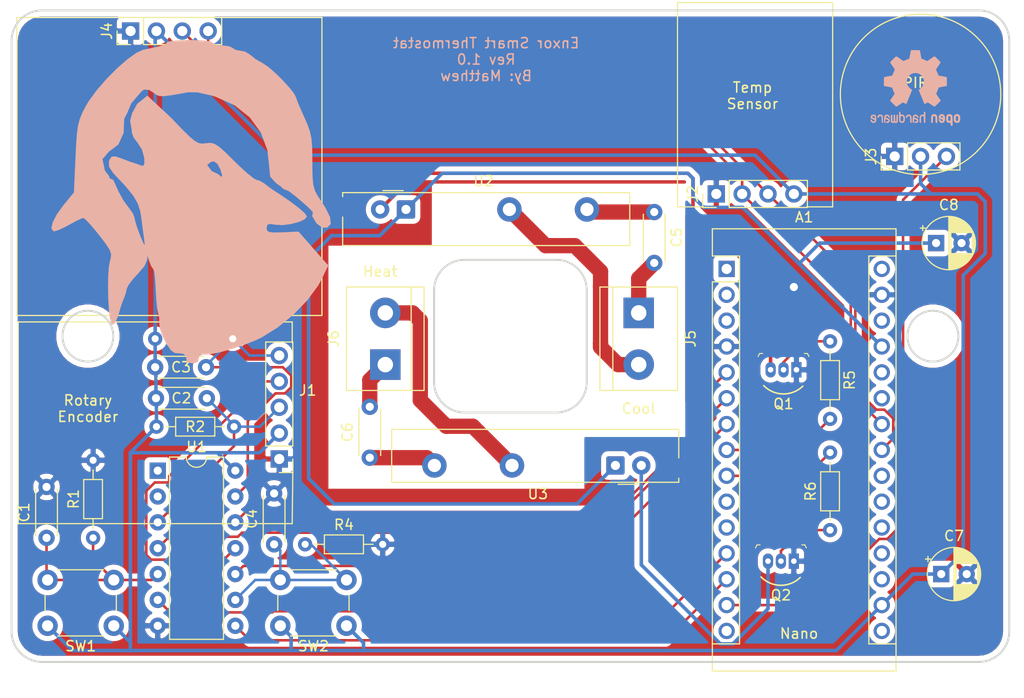
<source format=kicad_pcb>
(kicad_pcb (version 20171130) (host pcbnew "(5.1.6)-1")
  (title_block (title "Smart Thermostat PCB") (date 2022-06-04) (rev v1) (company Enxor) (comment 1 "Designed by Matthew"))
  (layers (0 F.Cu signal) (31 B.Cu signal) (34 B.Paste user) (35 F.Paste user) (36 B.SilkS user) (37 F.SilkS user) (38 B.Mask user) (39 F.Mask user) (44 Edge.Cuts user))
  (net 0 "")
  (net 1 "Net-(A1-Pad1)")
  (net 2 3.3v)
  (net 3 "Net-(A1-Pad2)")
  (net 4 "Net-(A1-Pad18)")
  (net 5 "Net-(A1-Pad3)")
  (net 6 "Net-(A1-Pad19)")
  (net 7 GND)
  (net 8 "Net-(A1-Pad20)")
  (net 9 ROT_A)
  (net 10 "Net-(A1-Pad21)")
  (net 11 ROT_SW)
  (net 12 "Net-(A1-Pad22)")
  (net 13 ROT_B)
  (net 14 SDA)
  (net 15 SCL)
  (net 16 "Net-(A1-Pad25)")
  (net 17 "Net-(A1-Pad10)")
  (net 18 "Net-(A1-Pad26)")
  (net 19 "Net-(A1-Pad11)")
  (net 20 5.0v)
  (net 21 BTN_A)
  (net 22 "Net-(A1-Pad28)")
  (net 23 BTN_B)
  (net 24 IR)
  (net 25 "Net-(A1-Pad30)")
  (net 26 AC)
  (net 27 Heat)
  (net 28 "Net-(C1-Pad1)")
  (net 29 "Net-(C2-Pad1)")
  (net 30 "Net-(C3-Pad2)")
  (net 31 "Net-(C4-Pad1)")
  (net 32 "Net-(C5-Pad2)")
  (net 33 "Net-(C5-Pad1)")
  (net 34 "Net-(C6-Pad2)")
  (net 35 "Net-(C6-Pad1)")
  (net 36 "Net-(J5-Pad2)")
  (net 37 "Net-(J6-Pad2)")
  (net 38 "Net-(Q1-Pad2)")
  (net 39 "Net-(Q2-Pad2)")
  (net 40 "Net-(Q1-Pad3)")
  (net 41 "Net-(Q2-Pad3)")
  (net 42 "Net-(A1-Pad15)")
  (net 43 "Net-(A1-Pad16)")
  (net 44 "Net-(J1-Pad4)")
  (net 45 "Net-(U1-Pad1)")
  (net 46 "Net-(U1-Pad2)")
  (module Arduino:logo (layer B.Cu) (at 127.254 79.248 180)
    (fp_text reference G*** hide)
    (fp_text value LOGO hide)
  )
  (module Symbol:OSHW-Logo2_9.8x8mm_SilkScreen (layer B.Cu) (at 197.866 68.072 180)
    (fp_text reference REF** hide)
    (fp_text value OSHW-Logo2_9.8x8mm_SilkScreen hide)
  )
  (module Connector_PinHeader_2.54mm:PinHeader_1x05_P2.54mm_Vertical (layer F.Cu) (at 135.382 104.521 180)
    (fp_text reference J1 (at -2.794 6.731) (layer F.SilkS))
    (fp_text value "Rotary Encoder")
    (pad 1 thru_hole rect (at 0 0 180) (size 1.7 1.7) (drill 1) (layers *.Cu *.Mask) (net 7 GND))
    (pad 2 thru_hole oval (at 0 2.54 180) (size 1.7 1.7) (drill 1) (layers *.Cu *.Mask) (net 2 3.3v))
    (pad 3 thru_hole oval (at 0 5.08 180) (size 1.7 1.7) (drill 1) (layers *.Cu *.Mask) (net 29 "Net-(C2-Pad1)"))
    (pad 4 thru_hole oval (at 0 7.62 180) (size 1.7 1.7) (drill 1) (layers *.Cu *.Mask) (net 44 "Net-(J1-Pad4)"))
    (pad 5 thru_hole oval (at 0 10.16 180) (size 1.7 1.7) (drill 1) (layers *.Cu *.Mask) (net 30 "Net-(C3-Pad2)"))
  )
  (module Connector_PinHeader_2.54mm:PinHeader_1x04_P2.54mm_Vertical (layer F.Cu) (at 178.308 78.486 90)
    (fp_text reference J2 (at 0 -2.33 90) (layer F.SilkS))
    (fp_text value HDC1080)
    (pad 1 thru_hole rect (at 0 0 90) (size 1.7 1.7) (drill 1) (layers *.Cu *.Mask) (net 7 GND))
    (pad 2 thru_hole oval (at 0 2.54 90) (size 1.7 1.7) (drill 1) (layers *.Cu *.Mask) (net 15 SCL))
    (pad 3 thru_hole oval (at 0 5.08 90) (size 1.7 1.7) (drill 1) (layers *.Cu *.Mask) (net 14 SDA))
    (pad 4 thru_hole oval (at 0 7.62 90) (size 1.7 1.7) (drill 1) (layers *.Cu *.Mask) (net 2 3.3v))
  )
  (module Resistor_THT:R_Axial_DIN0204_L3.6mm_D1.6mm_P7.62mm_Horizontal (layer F.Cu) (at 137.922 112.903)
    (fp_text reference R4 (at 3.81 -1.92) (layer F.SilkS))
    (fp_text value R)
    (pad 2 thru_hole oval (at 7.62 0) (size 1.4 1.4) (drill 0.7) (layers *.Cu *.Mask) (net 7 GND))
    (pad 1 thru_hole circle (at 0 0) (size 1.4 1.4) (drill 0.7) (layers *.Cu *.Mask) (net 31 "Net-(C4-Pad1)"))
  )
  (module Connector_PinHeader_2.54mm:PinHeader_1x04_P2.54mm_Vertical (layer F.Cu) (at 128.397 62.484 270)
    (fp_text reference J4 (at 0 9.95 270) (layer F.SilkS))
    (fp_text value OLED)
    (pad 4 thru_hole oval (at 0 0 90) (size 1.7 1.7) (drill 1) (layers *.Cu *.Mask) (net 14 SDA))
    (pad 3 thru_hole oval (at 0 2.54 90) (size 1.7 1.7) (drill 1) (layers *.Cu *.Mask) (net 15 SCL))
    (pad 2 thru_hole oval (at 0 5.08 90) (size 1.7 1.7) (drill 1) (layers *.Cu *.Mask) (net 2 3.3v))
    (pad 1 thru_hole rect (at 0 7.62 90) (size 1.7 1.7) (drill 1) (layers *.Cu *.Mask) (net 7 GND))
  )
  (module Module:Arduino_Nano (layer F.Cu) (at 179.324 85.852)
    (fp_text reference A1 (at 7.62 -5.08) (layer F.SilkS))
    (fp_text value Arduino_Nano_v3.x)
    (pad 1 thru_hole rect (at 0 0) (size 1.6 1.6) (drill 1) (layers *.Cu *.Mask) (net 1 "Net-(A1-Pad1)"))
    (pad 17 thru_hole oval (at 15.24 33.02) (size 1.6 1.6) (drill 1) (layers *.Cu *.Mask) (net 2 3.3v))
    (pad 2 thru_hole oval (at 0 2.54) (size 1.6 1.6) (drill 1) (layers *.Cu *.Mask) (net 3 "Net-(A1-Pad2)"))
    (pad 18 thru_hole oval (at 15.24 30.48) (size 1.6 1.6) (drill 1) (layers *.Cu *.Mask) (net 4 "Net-(A1-Pad18)"))
    (pad 3 thru_hole oval (at 0 5.08) (size 1.6 1.6) (drill 1) (layers *.Cu *.Mask) (net 5 "Net-(A1-Pad3)"))
    (pad 19 thru_hole oval (at 15.24 27.94) (size 1.6 1.6) (drill 1) (layers *.Cu *.Mask) (net 6 "Net-(A1-Pad19)"))
    (pad 4 thru_hole oval (at 0 7.62) (size 1.6 1.6) (drill 1) (layers *.Cu *.Mask) (net 7 GND))
    (pad 20 thru_hole oval (at 15.24 25.4) (size 1.6 1.6) (drill 1) (layers *.Cu *.Mask) (net 8 "Net-(A1-Pad20)"))
    (pad 5 thru_hole oval (at 0 10.16) (size 1.6 1.6) (drill 1) (layers *.Cu *.Mask) (net 9 ROT_A))
    (pad 21 thru_hole oval (at 15.24 22.86) (size 1.6 1.6) (drill 1) (layers *.Cu *.Mask) (net 10 "Net-(A1-Pad21)"))
    (pad 6 thru_hole oval (at 0 12.7) (size 1.6 1.6) (drill 1) (layers *.Cu *.Mask) (net 11 ROT_SW))
    (pad 22 thru_hole oval (at 15.24 20.32) (size 1.6 1.6) (drill 1) (layers *.Cu *.Mask) (net 12 "Net-(A1-Pad22)"))
    (pad 7 thru_hole oval (at 0 15.24) (size 1.6 1.6) (drill 1) (layers *.Cu *.Mask) (net 13 ROT_B))
    (pad 23 thru_hole oval (at 15.24 17.78) (size 1.6 1.6) (drill 1) (layers *.Cu *.Mask) (net 14 SDA))
    (pad 8 thru_hole oval (at 0 17.78) (size 1.6 1.6) (drill 1) (layers *.Cu *.Mask) (net 26 AC))
    (pad 24 thru_hole oval (at 15.24 15.24) (size 1.6 1.6) (drill 1) (layers *.Cu *.Mask) (net 15 SCL))
    (pad 9 thru_hole oval (at 0 20.32) (size 1.6 1.6) (drill 1) (layers *.Cu *.Mask) (net 27 Heat))
    (pad 25 thru_hole oval (at 15.24 12.7) (size 1.6 1.6) (drill 1) (layers *.Cu *.Mask) (net 16 "Net-(A1-Pad25)"))
    (pad 10 thru_hole oval (at 0 22.86) (size 1.6 1.6) (drill 1) (layers *.Cu *.Mask) (net 17 "Net-(A1-Pad10)"))
    (pad 26 thru_hole oval (at 15.24 10.16) (size 1.6 1.6) (drill 1) (layers *.Cu *.Mask) (net 18 "Net-(A1-Pad26)"))
    (pad 11 thru_hole oval (at 0 25.4) (size 1.6 1.6) (drill 1) (layers *.Cu *.Mask) (net 19 "Net-(A1-Pad11)"))
    (pad 27 thru_hole oval (at 15.24 7.62) (size 1.6 1.6) (drill 1) (layers *.Cu *.Mask) (net 20 5.0v))
    (pad 12 thru_hole oval (at 0 27.94) (size 1.6 1.6) (drill 1) (layers *.Cu *.Mask) (net 21 BTN_A))
    (pad 28 thru_hole oval (at 15.24 5.08) (size 1.6 1.6) (drill 1) (layers *.Cu *.Mask) (net 22 "Net-(A1-Pad28)"))
    (pad 13 thru_hole oval (at 0 30.48) (size 1.6 1.6) (drill 1) (layers *.Cu *.Mask) (net 23 BTN_B))
    (pad 29 thru_hole oval (at 15.24 2.54) (size 1.6 1.6) (drill 1) (layers *.Cu *.Mask) (net 7 GND))
    (pad 14 thru_hole oval (at 0 33.02) (size 1.6 1.6) (drill 1) (layers *.Cu *.Mask) (net 24 IR))
    (pad 30 thru_hole oval (at 15.24 0) (size 1.6 1.6) (drill 1) (layers *.Cu *.Mask) (net 25 "Net-(A1-Pad30)"))
    (pad 15 thru_hole oval (at 0 35.56) (size 1.6 1.6) (drill 1) (layers *.Cu *.Mask) (net 42 "Net-(A1-Pad15)"))
    (pad 16 thru_hole oval (at 15.24 35.56) (size 1.6 1.6) (drill 1) (layers *.Cu *.Mask) (net 43 "Net-(A1-Pad16)"))
  )
  (module Button_Switch_THT:SW_PUSH_6mm (layer F.Cu) (at 141.986 120.904 180)
    (fp_text reference SW2 (at 3.25 -2) (layer F.SilkS))
    (fp_text value SW_DPST)
    (pad 2 thru_hole circle (at 0 4.5 270) (size 2 2) (drill 1.1) (layers *.Cu *.Mask) (net 31 "Net-(C4-Pad1)"))
    (pad 1 thru_hole circle (at 0 0 270) (size 2 2) (drill 1.1) (layers *.Cu *.Mask) (net 2 3.3v))
    (pad 2 thru_hole circle (at 6.5 4.5 270) (size 2 2) (drill 1.1) (layers *.Cu *.Mask) (net 31 "Net-(C4-Pad1)"))
    (pad 1 thru_hole circle (at 6.5 0 270) (size 2 2) (drill 1.1) (layers *.Cu *.Mask) (net 2 3.3v))
  )
  (module Connector_PinHeader_2.54mm:PinHeader_1x03_P2.54mm_Vertical (layer F.Cu) (at 195.834 74.803 90)
    (fp_text reference J3 (at 0 -2.33 90) (layer F.SilkS))
    (fp_text value "IR Motion")
    (pad 1 thru_hole rect (at 0 0 90) (size 1.7 1.7) (drill 1) (layers *.Cu *.Mask) (net 7 GND))
    (pad 2 thru_hole oval (at 0 2.54 90) (size 1.7 1.7) (drill 1) (layers *.Cu *.Mask) (net 2 3.3v))
    (pad 3 thru_hole oval (at 0 5.08 90) (size 1.7 1.7) (drill 1) (layers *.Cu *.Mask) (net 24 IR))
  )
  (module Capacitor_THT:C_Disc_D4.3mm_W1.9mm_P5.00mm (layer F.Cu) (at 112.522 112.268 90)
    (fp_text reference C1 (at 2.5 -2.2 90) (layer F.SilkS))
    (fp_text value C)
    (pad 1 thru_hole circle (at 0 0 90) (size 1.6 1.6) (drill 0.8) (layers *.Cu *.Mask) (net 28 "Net-(C1-Pad1)"))
    (pad 2 thru_hole circle (at 5 0 90) (size 1.6 1.6) (drill 0.8) (layers *.Cu *.Mask) (net 7 GND))
  )
  (module Capacitor_THT:C_Disc_D4.3mm_W1.9mm_P5.00mm (layer F.Cu) (at 128.27 98.552 180)
    (fp_text reference C2 (at 2.5 0) (layer F.SilkS))
    (fp_text value C)
    (pad 1 thru_hole circle (at 0 0 180) (size 1.6 1.6) (drill 0.8) (layers *.Cu *.Mask) (net 29 "Net-(C2-Pad1)"))
    (pad 2 thru_hole circle (at 5 0 180) (size 1.6 1.6) (drill 0.8) (layers *.Cu *.Mask) (net 2 3.3v))
  )
  (module Capacitor_THT:C_Disc_D4.3mm_W1.9mm_P5.00mm (layer F.Cu) (at 123.19 95.504)
    (fp_text reference C3 (at 2.54 0) (layer F.SilkS))
    (fp_text value C)
    (pad 2 thru_hole circle (at 5 0) (size 1.6 1.6) (drill 0.8) (layers *.Cu *.Mask) (net 30 "Net-(C3-Pad2)"))
    (pad 1 thru_hole circle (at 0 0) (size 1.6 1.6) (drill 0.8) (layers *.Cu *.Mask) (net 2 3.3v))
  )
  (module Capacitor_THT:C_Disc_D4.3mm_W1.9mm_P5.00mm (layer F.Cu) (at 134.874 112.903 90)
    (fp_text reference C4 (at 2.5 -2.2 90) (layer F.SilkS))
    (fp_text value C)
    (pad 2 thru_hole circle (at 5 0 90) (size 1.6 1.6) (drill 0.8) (layers *.Cu *.Mask) (net 7 GND))
    (pad 1 thru_hole circle (at 0 0 90) (size 1.6 1.6) (drill 0.8) (layers *.Cu *.Mask) (net 31 "Net-(C4-Pad1)"))
  )
  (module Capacitor_THT:C_Disc_D4.3mm_W1.9mm_P5.00mm (layer F.Cu) (at 172.212 80.264 270)
    (fp_text reference C5 (at 2.5 -2.2 90) (layer F.SilkS))
    (fp_text value C)
    (pad 1 thru_hole circle (at 0 0 270) (size 1.6 1.6) (drill 0.8) (layers *.Cu *.Mask) (net 33 "Net-(C5-Pad1)"))
    (pad 2 thru_hole circle (at 5 0 270) (size 1.6 1.6) (drill 0.8) (layers *.Cu *.Mask) (net 32 "Net-(C5-Pad2)"))
  )
  (module Capacitor_THT:C_Disc_D4.3mm_W1.9mm_P5.00mm (layer F.Cu) (at 144.272 104.394 90)
    (fp_text reference C6 (at 2.5 -2.2 90) (layer F.SilkS))
    (fp_text value C)
    (pad 2 thru_hole circle (at 5 0 90) (size 1.6 1.6) (drill 0.8) (layers *.Cu *.Mask) (net 34 "Net-(C6-Pad2)"))
    (pad 1 thru_hole circle (at 0 0 90) (size 1.6 1.6) (drill 0.8) (layers *.Cu *.Mask) (net 35 "Net-(C6-Pad1)"))
  )
  (module Capacitor_THT:CP_Radial_D5.0mm_P2.50mm (layer F.Cu) (at 200.406 115.824)
    (fp_text reference C7 (at 1.25 -3.75) (layer F.SilkS))
    (fp_text value CP)
    (pad 2 thru_hole circle (at 2.5 0) (size 1.6 1.6) (drill 0.8) (layers *.Cu *.Mask) (net 7 GND))
    (pad 1 thru_hole rect (at 0 0) (size 1.6 1.6) (drill 0.8) (layers *.Cu *.Mask) (net 2 3.3v))
  )
  (module Capacitor_THT:CP_Radial_D5.0mm_P2.50mm (layer F.Cu) (at 199.898 83.312)
    (fp_text reference C8 (at 1.25 -3.75) (layer F.SilkS))
    (fp_text value CP)
    (pad 1 thru_hole rect (at 0 0) (size 1.6 1.6) (drill 0.8) (layers *.Cu *.Mask) (net 20 5.0v))
    (pad 2 thru_hole circle (at 2.5 0) (size 1.6 1.6) (drill 0.8) (layers *.Cu *.Mask) (net 7 GND))
  )
  (module TerminalBlock:TerminalBlock_bornier-2_P5.08mm (layer F.Cu) (at 170.688 90.17 270)
    (fp_text reference J5 (at 2.54 -5.08 90) (layer F.SilkS))
    (fp_text value Conn_01x02_Female)
    (pad 2 thru_hole circle (at 5.08 0 270) (size 3 3) (drill 1.52) (layers *.Cu *.Mask) (net 36 "Net-(J5-Pad2)"))
    (pad 1 thru_hole rect (at 0 0 270) (size 3 3) (drill 1.52) (layers *.Cu *.Mask) (net 32 "Net-(C5-Pad2)"))
  )
  (module TerminalBlock:TerminalBlock_bornier-2_P5.08mm (layer F.Cu) (at 145.796 95.25 90)
    (fp_text reference J6 (at 2.54 -5.08 90) (layer F.SilkS))
    (fp_text value Conn_01x02_Female)
    (pad 1 thru_hole rect (at 0 0 90) (size 3 3) (drill 1.52) (layers *.Cu *.Mask) (net 34 "Net-(C6-Pad2)"))
    (pad 2 thru_hole circle (at 5.08 0 90) (size 3 3) (drill 1.52) (layers *.Cu *.Mask) (net 37 "Net-(J6-Pad2)"))
  )
  (module digikey-footprints:TO-92-3 (layer F.Cu) (at 185.928 114.554 180)
    (fp_text reference Q2 (at 1.27 -3.35) (layer F.SilkS))
    (fp_text value PN2222A)
    (pad 1 thru_hole rect (at 0 0) (size 1 1.5) (drill 0.55) (layers *.Cu *.Mask) (net 7 GND))
    (pad 3 thru_hole oval (at 2.54 0) (size 1 1.5) (drill 0.55) (layers *.Cu *.Mask) (net 41 "Net-(Q2-Pad3)"))
    (pad 2 thru_hole oval (at 1.27 0) (size 1 1.5) (drill 0.55) (layers *.Cu *.Mask) (net 39 "Net-(Q2-Pad2)"))
  )
  (module digikey-footprints:TO-92-3 (layer F.Cu) (at 186.182 95.758 180)
    (fp_text reference Q1 (at 1.27 -3.35) (layer F.SilkS))
    (fp_text value PN2222A)
    (pad 2 thru_hole oval (at 1.27 0) (size 1 1.5) (drill 0.55) (layers *.Cu *.Mask) (net 38 "Net-(Q1-Pad2)"))
    (pad 3 thru_hole oval (at 2.54 0) (size 1 1.5) (drill 0.55) (layers *.Cu *.Mask) (net 40 "Net-(Q1-Pad3)"))
    (pad 1 thru_hole rect (at 0 0) (size 1 1.5) (drill 0.55) (layers *.Cu *.Mask) (net 7 GND))
  )
  (module Resistor_THT:R_Axial_DIN0204_L3.6mm_D1.6mm_P7.62mm_Horizontal (layer F.Cu) (at 117.094 112.268 90)
    (fp_text reference R1 (at 3.81 -1.92 90) (layer F.SilkS))
    (fp_text value R)
    (pad 2 thru_hole oval (at 7.62 0 90) (size 1.4 1.4) (drill 0.7) (layers *.Cu *.Mask) (net 7 GND))
    (pad 1 thru_hole circle (at 0 0 90) (size 1.4 1.4) (drill 0.7) (layers *.Cu *.Mask) (net 28 "Net-(C1-Pad1)"))
  )
  (module Resistor_THT:R_Axial_DIN0204_L3.6mm_D1.6mm_P7.62mm_Horizontal (layer F.Cu) (at 123.317 101.346)
    (fp_text reference R2 (at 3.81 0) (layer F.SilkS))
    (fp_text value R)
    (pad 2 thru_hole oval (at 7.62 0) (size 1.4 1.4) (drill 0.7) (layers *.Cu *.Mask) (net 29 "Net-(C2-Pad1)"))
    (pad 1 thru_hole circle (at 0 0) (size 1.4 1.4) (drill 0.7) (layers *.Cu *.Mask) (net 2 3.3v))
  )
  (module Resistor_THT:R_Axial_DIN0204_L3.6mm_D1.6mm_P7.62mm_Horizontal (layer F.Cu) (at 130.81 92.71 180)
    (fp_text reference R3 (at 3.81 0) (layer F.SilkS))
    (fp_text value R)
    (pad 1 thru_hole circle (at 0 0 180) (size 1.4 1.4) (drill 0.7) (layers *.Cu *.Mask) (net 30 "Net-(C3-Pad2)"))
    (pad 2 thru_hole oval (at 7.62 0 180) (size 1.4 1.4) (drill 0.7) (layers *.Cu *.Mask) (net 2 3.3v))
  )
  (module Resistor_THT:R_Axial_DIN0204_L3.6mm_D1.6mm_P7.62mm_Horizontal (layer F.Cu) (at 189.484 92.964 270)
    (fp_text reference R5 (at 3.81 -1.92 90) (layer F.SilkS))
    (fp_text value R)
    (pad 2 thru_hole oval (at 7.62 0 270) (size 1.4 1.4) (drill 0.7) (layers *.Cu *.Mask) (net 26 AC))
    (pad 1 thru_hole circle (at 0 0 270) (size 1.4 1.4) (drill 0.7) (layers *.Cu *.Mask) (net 38 "Net-(Q1-Pad2)"))
  )
  (module Resistor_THT:R_Axial_DIN0204_L3.6mm_D1.6mm_P7.62mm_Horizontal (layer F.Cu) (at 189.484 111.506 90)
    (fp_text reference R6 (at 3.81 -1.92 90) (layer F.SilkS))
    (fp_text value R)
    (pad 1 thru_hole circle (at 0 0 90) (size 1.4 1.4) (drill 0.7) (layers *.Cu *.Mask) (net 39 "Net-(Q2-Pad2)"))
    (pad 2 thru_hole oval (at 7.62 0 90) (size 1.4 1.4) (drill 0.7) (layers *.Cu *.Mask) (net 27 Heat))
  )
  (module Button_Switch_THT:SW_PUSH_6mm (layer F.Cu) (at 119.126 120.904 180)
    (fp_text reference SW1 (at 3.25 -2) (layer F.SilkS))
    (fp_text value SW_DPST)
    (pad 1 thru_hole circle (at 6.5 0 270) (size 2 2) (drill 1.1) (layers *.Cu *.Mask) (net 2 3.3v))
    (pad 2 thru_hole circle (at 6.5 4.5 270) (size 2 2) (drill 1.1) (layers *.Cu *.Mask) (net 28 "Net-(C1-Pad1)"))
    (pad 1 thru_hole circle (at 0 0 270) (size 2 2) (drill 1.1) (layers *.Cu *.Mask) (net 2 3.3v))
    (pad 2 thru_hole circle (at 0 4.5 270) (size 2 2) (drill 1.1) (layers *.Cu *.Mask) (net 28 "Net-(C1-Pad1)"))
  )
  (module Package_DIP:DIP-14_W7.62mm (layer F.Cu) (at 123.444 105.664)
    (fp_text reference U1 (at 3.81 -2.33) (layer F.SilkS))
    (fp_text value 74HC14)
    (pad 1 thru_hole rect (at 0 0) (size 1.6 1.6) (drill 0.8) (layers *.Cu *.Mask) (net 45 "Net-(U1-Pad1)"))
    (pad 8 thru_hole oval (at 7.62 15.24) (size 1.6 1.6) (drill 0.8) (layers *.Cu *.Mask) (net 23 BTN_B))
    (pad 2 thru_hole oval (at 0 2.54) (size 1.6 1.6) (drill 0.8) (layers *.Cu *.Mask) (net 46 "Net-(U1-Pad2)"))
    (pad 9 thru_hole oval (at 7.62 12.7) (size 1.6 1.6) (drill 0.8) (layers *.Cu *.Mask) (net 31 "Net-(C4-Pad1)"))
    (pad 3 thru_hole oval (at 0 5.08) (size 1.6 1.6) (drill 0.8) (layers *.Cu *.Mask) (net 29 "Net-(C2-Pad1)"))
    (pad 10 thru_hole oval (at 7.62 10.16) (size 1.6 1.6) (drill 0.8) (layers *.Cu *.Mask) (net 13 ROT_B))
    (pad 4 thru_hole oval (at 0 7.62) (size 1.6 1.6) (drill 0.8) (layers *.Cu *.Mask) (net 11 ROT_SW))
    (pad 11 thru_hole oval (at 7.62 7.62) (size 1.6 1.6) (drill 0.8) (layers *.Cu *.Mask) (net 44 "Net-(J1-Pad4)"))
    (pad 5 thru_hole oval (at 0 10.16) (size 1.6 1.6) (drill 0.8) (layers *.Cu *.Mask) (net 28 "Net-(C1-Pad1)"))
    (pad 12 thru_hole oval (at 7.62 5.08) (size 1.6 1.6) (drill 0.8) (layers *.Cu *.Mask) (net 9 ROT_A))
    (pad 6 thru_hole oval (at 0 12.7) (size 1.6 1.6) (drill 0.8) (layers *.Cu *.Mask) (net 21 BTN_A))
    (pad 13 thru_hole oval (at 7.62 2.54) (size 1.6 1.6) (drill 0.8) (layers *.Cu *.Mask) (net 30 "Net-(C3-Pad2)"))
    (pad 7 thru_hole oval (at 0 15.24) (size 1.6 1.6) (drill 0.8) (layers *.Cu *.Mask) (net 7 GND))
    (pad 14 thru_hole oval (at 7.62 0) (size 1.6 1.6) (drill 0.8) (layers *.Cu *.Mask) (net 2 3.3v))
  )
  (module Relay_THT:OMEON_G3MB-202P (layer F.Cu) (at 150.114 76.454)
    (fp_text reference U2 (at 5.334 0.762) (layer F.SilkS))
    (fp_text value G3MB-202p)
    (pad 14 thru_hole circle (at 15.494 3.556) (size 2.4 2.4) (drill 1.3) (layers *.Cu *.Mask) (net 33 "Net-(C5-Pad1)"))
    (pad A2 thru_hole circle (at -4.826 3.556) (size 1.8 1.8) (drill 0.9) (layers *.Cu *.Mask) (net 40 "Net-(Q1-Pad3)"))
    (pad A1 thru_hole roundrect (at -2.286 3.556) (size 1.8 1.8) (drill 0.9) (layers *.Cu *.Mask) (roundrect_rratio 0.104) (net 20 5.0v))
    (pad 11 thru_hole circle (at 7.874 3.556) (size 2.4 2.4) (drill 1.3) (layers *.Cu *.Mask) (net 36 "Net-(J5-Pad2)"))
  )
  (module Relay_THT:OMEON_G3MB-202P (layer F.Cu) (at 166.116 108.712 180)
    (fp_text reference U3 (at 5.334 0.762) (layer F.SilkS))
    (fp_text value G3MB-202p)
    (pad 11 thru_hole circle (at 7.874 3.556 180) (size 2.4 2.4) (drill 1.3) (layers *.Cu *.Mask) (net 37 "Net-(J6-Pad2)"))
    (pad A1 thru_hole roundrect (at -2.286 3.556 180) (size 1.8 1.8) (drill 0.9) (layers *.Cu *.Mask) (roundrect_rratio 0.104) (net 20 5.0v))
    (pad A2 thru_hole circle (at -4.826 3.556 180) (size 1.8 1.8) (drill 0.9) (layers *.Cu *.Mask) (net 41 "Net-(Q2-Pad3)"))
    (pad 14 thru_hole circle (at 15.494 3.556 180) (size 2.4 2.4) (drill 1.3) (layers *.Cu *.Mask) (net 35 "Net-(C6-Pad1)"))
  )
  (gr_text Nano (at 186.436 121.666) (layer F.SilkS) (effects (font (size 1 1))))
  (gr_text "Temp\nSensor" (at 181.864 68.834) (layer F.SilkS) (effects (font (size 1 1))))
  (gr_text Cool (at 170.688 99.568) (layer F.SilkS) (effects (font (size 1 1))))
  (gr_text Heat (at 145.288 86.106) (layer F.SilkS) (effects (font (size 1 1))))
  (gr_text "Rotary\nEncoder" (at 116.586 99.568) (layer F.SilkS) (effects (font (size 1 1))))
  (gr_text OLED (at 123.952 67.31) (layer F.SilkS) (effects (font (size 1 1))))
  (gr_text PIR (at 197.866 67.564) (layer F.SilkS) (effects (font (size 1 1))))
  (gr_text "Enxor Smart Thermostat\nRev 1.0\nBy: Matthew" (at 155.702 65.278) (layer B.SilkS) (effects (font (size 1 1)) (justify mirror)))
  (gr_arc (start 112.086 63.456) (end 112.086 60.456) (angle -90) (layer Edge.Cuts) (width 0.2))
  (gr_line (start 204.086 60.456) (end 112.086 60.456) (layer Edge.Cuts) (width 0.2))
  (gr_arc (start 204.086 121.456) (end 204.086 124.456) (angle -90) (layer Edge.Cuts) (width 0.2))
  (gr_arc (start 112.086 121.456) (end 109.086 121.456) (angle -90) (layer Edge.Cuts) (width 0.2))
  (gr_line (start 109.086 63.456) (end 109.086 121.456) (layer Edge.Cuts) (width 0.2))
  (gr_arc (start 162.586 87.956) (end 165.586 87.956) (angle -90) (layer Edge.Cuts) (width 0.2))
  (gr_arc (start 204.086 63.456) (end 207.086 63.456) (angle -90) (layer Edge.Cuts) (width 0.2))
  (gr_line (start 150.586 96.956) (end 150.586001 87.956) (layer Edge.Cuts) (width 0.2))
  (gr_line (start 162.586 99.956) (end 153.586001 99.956) (layer Edge.Cuts) (width 0.2))
  (gr_arc (start 153.586001 96.956) (end 150.586 96.956) (angle -90) (layer Edge.Cuts) (width 0.2))
  (gr_line (start 207.086 63.456) (end 207.086 121.456) (layer Edge.Cuts) (width 0.2))
  (gr_line (start 162.586 84.956) (end 153.586 84.956001) (layer Edge.Cuts) (width 0.2))
  (gr_arc (start 162.586 96.956) (end 162.586 99.956) (angle -90) (layer Edge.Cuts) (width 0.2))
  (gr_line (start 165.586 96.956) (end 165.586 87.956) (layer Edge.Cuts) (width 0.2))
  (gr_arc (start 153.586001 87.956001) (end 153.586 84.956) (angle -90) (layer Edge.Cuts) (width 0.2))
  (gr_line (start 204.086 124.456) (end 112.086 124.456) (layer Edge.Cuts) (width 0.2))
  (gr_circle (center 199.586 92.456) (end 202.086 92.456) (layer Edge.Cuts) (width 0.2))
  (gr_circle (center 116.586 92.456) (end 119.086 92.456) (layer Edge.Cuts) (width 0.2))
  (segment (start 197.612 115.824) (end 194.564 118.872) (width 0.35) (layer B.Cu) (net 2))
  (segment (start 200.406 115.824) (end 197.612 115.824) (width 0.35) (layer B.Cu) (net 2))
  (segment (start 115.059011 123.337011) (end 112.626 120.904) (width 0.35) (layer B.Cu) (net 2))
  (segment (start 194.564 118.872) (end 190.098989 123.337011) (width 0.35) (layer B.Cu) (net 2))
  (segment (start 120.756989 122.534989) (end 120.756989 123.337011) (width 0.35) (layer B.Cu) (net 2))
  (segment (start 119.126 120.904) (end 120.756989 122.534989) (width 0.35) (layer B.Cu) (net 2))
  (segment (start 120.756989 123.337011) (end 115.059011 123.337011) (width 0.35) (layer B.Cu) (net 2))
  (segment (start 136.545011 121.963011) (end 136.545011 123.337011) (width 0.35) (layer B.Cu) (net 2))
  (segment (start 135.486 120.904) (end 136.545011 121.963011) (width 0.35) (layer B.Cu) (net 2))
  (segment (start 136.545011 123.337011) (end 120.756989 123.337011) (width 0.35) (layer B.Cu) (net 2))
  (segment (start 143.657011 122.575011) (end 143.657011 123.337011) (width 0.35) (layer B.Cu) (net 2))
  (segment (start 141.986 120.904) (end 143.657011 122.575011) (width 0.35) (layer B.Cu) (net 2))
  (segment (start 190.098989 123.337011) (end 143.657011 123.337011) (width 0.35) (layer B.Cu) (net 2))
  (segment (start 143.657011 123.337011) (end 136.545011 123.337011) (width 0.35) (layer B.Cu) (net 2))
  (segment (start 120.756989 103.906011) (end 123.317 101.346) (width 0.35) (layer B.Cu) (net 2))
  (segment (start 120.756989 122.534989) (end 120.756989 103.906011) (width 0.35) (layer B.Cu) (net 2))
  (segment (start 129.306011 103.906011) (end 120.756989 103.906011) (width 0.35) (layer B.Cu) (net 2))
  (segment (start 131.064 105.664) (end 129.306011 103.906011) (width 0.35) (layer B.Cu) (net 2))
  (segment (start 133.456989 103.906011) (end 129.306011 103.906011) (width 0.35) (layer B.Cu) (net 2))
  (segment (start 135.382 101.981) (end 133.456989 103.906011) (width 0.35) (layer B.Cu) (net 2))
  (segment (start 123.317 98.599) (end 123.27 98.552) (width 0.35) (layer B.Cu) (net 2))
  (segment (start 123.317 101.346) (end 123.317 98.599) (width 0.35) (layer B.Cu) (net 2))
  (segment (start 123.27 95.584) (end 123.19 95.504) (width 0.35) (layer B.Cu) (net 2))
  (segment (start 123.27 98.552) (end 123.27 95.584) (width 0.35) (layer B.Cu) (net 2))
  (segment (start 123.19 95.504) (end 123.19 92.71) (width 0.35) (layer B.Cu) (net 2))
  (segment (start 200.406 115.824) (end 202.56583 113.66417) (width 0.35) (layer B.Cu) (net 2))
  (segment (start 202.56583 113.66417) (end 202.56583 86.48617) (width 0.35) (layer B.Cu) (net 2))
  (segment (start 204.724 84.328) (end 204.724 79.248) (width 0.35) (layer B.Cu) (net 2))
  (segment (start 202.56583 86.48617) (end 204.724 84.328) (width 0.35) (layer B.Cu) (net 2))
  (segment (start 204.724 79.248) (end 203.962 78.486) (width 0.35) (layer B.Cu) (net 2))
  (segment (start 198.374 77.47) (end 199.39 78.486) (width 0.35) (layer B.Cu) (net 2))
  (segment (start 198.374 74.803) (end 198.374 77.47) (width 0.35) (layer B.Cu) (net 2))
  (segment (start 203.962 78.486) (end 199.39 78.486) (width 0.35) (layer B.Cu) (net 2))
  (segment (start 199.39 78.486) (end 185.928 78.486) (width 0.35) (layer B.Cu) (net 2))
  (segment (start 185.928 78.486) (end 182.118 74.676) (width 0.35) (layer B.Cu) (net 2))
  (segment (start 135.509 74.676) (end 123.317 62.484) (width 0.35) (layer B.Cu) (net 2))
  (segment (start 182.118 74.676) (end 135.509 74.676) (width 0.35) (layer B.Cu) (net 2))
  (segment (start 123.19 62.611) (end 123.317 62.484) (width 0.35) (layer B.Cu) (net 2))
  (segment (start 123.19 92.71) (end 123.19 62.611) (width 0.35) (layer B.Cu) (net 2))
  (via (at 185.928 87.63) (size 1) (drill 0.8) (layers F.Cu B.Cu) (net 7))
  (segment (start 178.308 78.486) (end 178.308 78.232) (width 0.35) (layer F.Cu) (net 7))
  (segment (start 175.58501 102.496626) (end 168.353636 109.728) (width 0.25) (layer F.Cu) (net 9))
  (segment (start 179.324 96.012) (end 175.58501 99.75099) (width 0.25) (layer F.Cu) (net 9))
  (segment (start 175.58501 99.75099) (end 175.58501 102.496626) (width 0.25) (layer F.Cu) (net 9))
  (segment (start 132.08 109.728) (end 131.064 110.744) (width 0.25) (layer F.Cu) (net 9))
  (segment (start 168.353636 109.728) (end 132.08 109.728) (width 0.25) (layer F.Cu) (net 9))
  (segment (start 124.569001 112.158999) (end 123.444 113.284) (width 0.25) (layer F.Cu) (net 11))
  (segment (start 131.314003 112.158999) (end 124.569001 112.158999) (width 0.25) (layer F.Cu) (net 11))
  (segment (start 131.713002 111.76) (end 131.314003 112.158999) (width 0.25) (layer F.Cu) (net 11))
  (segment (start 166.958046 111.76) (end 131.713002 111.76) (width 0.25) (layer F.Cu) (net 11))
  (segment (start 178.198999 100.519047) (end 166.958046 111.76) (width 0.25) (layer F.Cu) (net 11))
  (segment (start 178.198999 99.677001) (end 178.198999 100.519047) (width 0.25) (layer F.Cu) (net 11))
  (segment (start 179.324 98.552) (end 178.198999 99.677001) (width 0.25) (layer F.Cu) (net 11))
  (segment (start 165.391999 115.024001) (end 179.324 101.092) (width 0.25) (layer F.Cu) (net 13))
  (segment (start 131.863999 115.024001) (end 165.391999 115.024001) (width 0.25) (layer F.Cu) (net 13))
  (segment (start 131.064 115.824) (end 131.863999 115.024001) (width 0.25) (layer F.Cu) (net 13))
  (segment (start 128.397 62.484) (end 128.397 64.38759) (width 0.25) (layer F.Cu) (net 14))
  (segment (start 175.82599 70.92399) (end 183.388 78.486) (width 0.25) (layer F.Cu) (net 14))
  (segment (start 134.9334 70.92399) (end 175.82599 70.92399) (width 0.25) (layer F.Cu) (net 14))
  (segment (start 128.397 64.38759) (end 134.9334 70.92399) (width 0.25) (layer F.Cu) (net 14))
  (segment (start 191.96601 87.06401) (end 183.388 78.486) (width 0.25) (layer F.Cu) (net 14))
  (segment (start 194.023999 99.677001) (end 191.96601 97.619012) (width 0.25) (layer F.Cu) (net 14))
  (segment (start 195.689001 100.551999) (end 194.814003 99.677001) (width 0.25) (layer F.Cu) (net 14))
  (segment (start 191.96601 97.619012) (end 191.96601 87.06401) (width 0.25) (layer F.Cu) (net 14))
  (segment (start 195.689001 102.506999) (end 195.689001 100.551999) (width 0.25) (layer F.Cu) (net 14))
  (segment (start 194.814003 99.677001) (end 194.023999 99.677001) (width 0.25) (layer F.Cu) (net 14))
  (segment (start 194.564 103.632) (end 195.689001 102.506999) (width 0.25) (layer F.Cu) (net 14))
  (segment (start 194.564 101.092) (end 191.516 98.044) (width 0.25) (layer F.Cu) (net 15))
  (segment (start 191.516 89.154) (end 180.848 78.486) (width 0.25) (layer F.Cu) (net 15))
  (segment (start 191.516 98.044) (end 191.516 89.154) (width 0.25) (layer F.Cu) (net 15))
  (segment (start 175.26 71.374) (end 134.747 71.374) (width 0.25) (layer F.Cu) (net 15))
  (segment (start 180.848 78.486) (end 180.848 76.962) (width 0.25) (layer F.Cu) (net 15))
  (segment (start 134.747 71.374) (end 125.857 62.484) (width 0.25) (layer F.Cu) (net 15))
  (segment (start 180.848 76.962) (end 175.26 71.374) (width 0.25) (layer F.Cu) (net 15))
  (segment (start 140.773242 108.93301) (end 164.62499 108.93301) (width 0.35) (layer B.Cu) (net 20))
  (segment (start 138.270999 106.430767) (end 140.773242 108.93301) (width 0.35) (layer B.Cu) (net 20))
  (segment (start 138.270999 84.831233) (end 138.270999 106.430767) (width 0.35) (layer B.Cu) (net 20))
  (segment (start 140.519242 82.58299) (end 138.270999 84.831233) (width 0.35) (layer B.Cu) (net 20))
  (segment (start 164.62499 108.93301) (end 168.402 105.156) (width 0.35) (layer B.Cu) (net 20))
  (segment (start 145.25501 82.58299) (end 140.519242 82.58299) (width 0.35) (layer B.Cu) (net 20))
  (segment (start 147.828 80.01) (end 145.25501 82.58299) (width 0.35) (layer B.Cu) (net 20))
  (segment (start 151.384 76.454) (end 147.828 80.01) (width 0.35) (layer B.Cu) (net 20))
  (segment (start 175.514 76.454) (end 176.022 76.962) (width 0.35) (layer B.Cu) (net 20))
  (segment (start 177.077999 79.811001) (end 180.903001 79.811001) (width 0.35) (layer B.Cu) (net 20))
  (segment (start 176.022 76.962) (end 176.022 78.755002) (width 0.35) (layer B.Cu) (net 20))
  (segment (start 176.022 78.755002) (end 177.077999 79.811001) (width 0.35) (layer B.Cu) (net 20))
  (segment (start 175.514 76.454) (end 151.384 76.454) (width 0.35) (layer B.Cu) (net 20))
  (segment (start 188.468 83.312) (end 186.436 85.344) (width 0.35) (layer B.Cu) (net 20))
  (segment (start 180.903001 79.811001) (end 186.436 85.344) (width 0.35) (layer B.Cu) (net 20))
  (segment (start 199.898 83.312) (end 188.468 83.312) (width 0.35) (layer B.Cu) (net 20))
  (segment (start 186.436 85.344) (end 194.564 93.472) (width 0.35) (layer B.Cu) (net 20))
  (segment (start 173.637001 119.478999) (end 179.324 113.792) (width 0.25) (layer F.Cu) (net 21))
  (segment (start 134.801999 119.478999) (end 173.637001 119.478999) (width 0.25) (layer F.Cu) (net 21))
  (segment (start 134.691997 119.589001) (end 134.801999 119.478999) (width 0.25) (layer F.Cu) (net 21))
  (segment (start 124.669001 119.589001) (end 134.691997 119.589001) (width 0.25) (layer F.Cu) (net 21))
  (segment (start 123.444 118.364) (end 124.669001 119.589001) (width 0.25) (layer F.Cu) (net 21))
  (segment (start 173.326999 122.329001) (end 179.324 116.332) (width 0.25) (layer F.Cu) (net 23))
  (segment (start 132.489001 122.329001) (end 173.326999 122.329001) (width 0.25) (layer F.Cu) (net 23))
  (segment (start 131.064 120.904) (end 132.489001 122.329001) (width 0.25) (layer F.Cu) (net 23))
  (segment (start 194.313997 112.377001) (end 195.104001 112.377001) (width 0.25) (layer F.Cu) (net 24))
  (segment (start 196.655468 110.825534) (end 196.655468 79.061532) (width 0.25) (layer F.Cu) (net 24))
  (segment (start 187.818998 118.872) (end 194.313997 112.377001) (width 0.25) (layer F.Cu) (net 24))
  (segment (start 195.104001 112.377001) (end 196.655468 110.825534) (width 0.25) (layer F.Cu) (net 24))
  (segment (start 196.655468 79.061532) (end 200.914 74.803) (width 0.25) (layer F.Cu) (net 24))
  (segment (start 179.324 118.872) (end 187.818998 118.872) (width 0.25) (layer F.Cu) (net 24))
  (segment (start 186.436 103.632) (end 189.484 100.584) (width 0.25) (layer F.Cu) (net 26))
  (segment (start 179.324 103.632) (end 186.436 103.632) (width 0.25) (layer F.Cu) (net 26))
  (segment (start 187.198 106.172) (end 189.484 103.886) (width 0.25) (layer F.Cu) (net 27))
  (segment (start 179.324 106.172) (end 187.198 106.172) (width 0.25) (layer F.Cu) (net 27))
  (segment (start 112.522 116.3) (end 112.626 116.404) (width 0.25) (layer F.Cu) (net 28))
  (segment (start 112.522 112.268) (end 112.522 116.3) (width 0.25) (layer F.Cu) (net 28))
  (segment (start 112.626 116.404) (end 119.126 116.404) (width 0.25) (layer F.Cu) (net 28))
  (segment (start 122.864 116.404) (end 123.444 115.824) (width 0.25) (layer F.Cu) (net 28))
  (segment (start 119.126 116.404) (end 122.864 116.404) (width 0.25) (layer F.Cu) (net 28))
  (segment (start 117.094 114.372) (end 119.126 116.404) (width 0.25) (layer F.Cu) (net 28))
  (segment (start 117.094 112.268) (end 117.094 114.372) (width 0.25) (layer F.Cu) (net 28))
  (segment (start 130.937 101.219) (end 130.937 101.346) (width 0.25) (layer B.Cu) (net 29))
  (segment (start 128.27 98.552) (end 130.937 101.219) (width 0.25) (layer B.Cu) (net 29))
  (segment (start 133.477 101.346) (end 135.382 99.441) (width 0.25) (layer B.Cu) (net 29))
  (segment (start 130.937 101.346) (end 133.477 101.346) (width 0.25) (layer B.Cu) (net 29))
  (segment (start 130.937 103.251) (end 123.444 110.744) (width 0.25) (layer F.Cu) (net 29))
  (segment (start 130.937 101.346) (end 130.937 103.251) (width 0.25) (layer F.Cu) (net 29))
  (segment (start 132.461 94.361) (end 130.81 92.71) (width 0.25) (layer B.Cu) (net 30))
  (segment (start 135.382 94.361) (end 132.461 94.361) (width 0.25) (layer B.Cu) (net 30))
  (segment (start 128.19 95.33) (end 128.19 95.504) (width 0.25) (layer B.Cu) (net 30))
  (segment (start 130.81 92.71) (end 128.19 95.33) (width 0.25) (layer B.Cu) (net 30))
  (segment (start 136.557001 97.465001) (end 136.557001 96.336999) (width 0.25) (layer F.Cu) (net 30))
  (segment (start 135.946001 98.076001) (end 136.557001 97.465001) (width 0.25) (layer F.Cu) (net 30))
  (segment (start 135.724002 95.504) (end 128.19 95.504) (width 0.25) (layer F.Cu) (net 30))
  (segment (start 135.007997 98.076001) (end 135.946001 98.076001) (width 0.25) (layer F.Cu) (net 30))
  (segment (start 132.289001 100.794997) (end 135.007997 98.076001) (width 0.25) (layer F.Cu) (net 30))
  (segment (start 136.557001 96.336999) (end 135.724002 95.504) (width 0.25) (layer F.Cu) (net 30))
  (segment (start 132.289001 106.978999) (end 132.289001 100.794997) (width 0.25) (layer F.Cu) (net 30))
  (segment (start 131.064 108.204) (end 132.289001 106.978999) (width 0.25) (layer F.Cu) (net 30))
  (segment (start 133.024 116.404) (end 131.064 118.364) (width 0.25) (layer B.Cu) (net 31))
  (segment (start 135.486 116.404) (end 133.024 116.404) (width 0.25) (layer B.Cu) (net 31))
  (segment (start 138.485 112.903) (end 137.922 112.903) (width 0.25) (layer B.Cu) (net 31))
  (segment (start 141.986 116.404) (end 138.485 112.903) (width 0.25) (layer B.Cu) (net 31))
  (segment (start 135.486 113.515) (end 134.874 112.903) (width 0.25) (layer B.Cu) (net 31))
  (segment (start 135.486 116.404) (end 135.486 113.515) (width 0.25) (layer B.Cu) (net 31))
  (segment (start 135.486 116.404) (end 141.986 116.404) (width 0.25) (layer B.Cu) (net 31))
  (segment (start 170.688 86.788) (end 172.212 85.264) (width 1.5) (layer F.Cu) (net 32))
  (segment (start 170.688 90.17) (end 170.688 86.788) (width 1.5) (layer F.Cu) (net 32))
  (segment (start 165.862 80.264) (end 165.608 80.01) (width 1.5) (layer F.Cu) (net 33))
  (segment (start 172.212 80.264) (end 165.862 80.264) (width 1.5) (layer F.Cu) (net 33))
  (segment (start 144.272 96.774) (end 145.796 95.25) (width 1.5) (layer F.Cu) (net 34))
  (segment (start 144.272 99.394) (end 144.272 96.774) (width 1.5) (layer F.Cu) (net 34))
  (segment (start 149.86 104.394) (end 150.622 105.156) (width 1.5) (layer F.Cu) (net 35))
  (segment (start 144.272 104.394) (end 149.86 104.394) (width 1.5) (layer F.Cu) (net 35))
  (segment (start 166.939405 86.097394) (end 164.408011 83.566) (width 1.5) (layer F.Cu) (net 36))
  (segment (start 161.544 83.566) (end 157.988 80.01) (width 1.5) (layer F.Cu) (net 36))
  (segment (start 164.408011 83.566) (end 161.544 83.566) (width 1.5) (layer F.Cu) (net 36))
  (segment (start 166.939405 87.568595) (end 166.93601 87.57199) (width 1.5) (layer F.Cu) (net 36))
  (segment (start 166.939405 86.097394) (end 166.939405 87.568595) (width 1.5) (layer F.Cu) (net 36))
  (segment (start 166.939405 93.156595) (end 166.93601 93.15999) (width 1.5) (layer F.Cu) (net 36))
  (segment (start 166.939405 87.568595) (end 166.939405 93.156595) (width 1.5) (layer F.Cu) (net 36))
  (segment (start 166.93601 93.15999) (end 166.93601 93.53001) (width 1.5) (layer F.Cu) (net 36))
  (segment (start 168.656 95.25) (end 170.688 95.25) (width 1.5) (layer F.Cu) (net 36))
  (segment (start 166.93601 93.53001) (end 168.656 95.25) (width 1.5) (layer F.Cu) (net 36))
  (segment (start 158.242 105.156) (end 154.39201 101.30601) (width 1.5) (layer F.Cu) (net 37))
  (segment (start 151.784874 101.30601) (end 149.235991 98.757127) (width 1.5) (layer F.Cu) (net 37))
  (segment (start 154.39201 101.30601) (end 151.784874 101.30601) (width 1.5) (layer F.Cu) (net 37))
  (segment (start 145.796 90.17) (end 148.473991 90.17) (width 1.5) (layer F.Cu) (net 37))
  (segment (start 149.235991 90.932) (end 149.235991 98.757127) (width 1.5) (layer F.Cu) (net 37))
  (segment (start 148.473991 90.17) (end 149.235991 90.932) (width 1.5) (layer F.Cu) (net 37))
  (segment (start 184.912 95.012998) (end 184.912 95.758) (width 0.25) (layer F.Cu) (net 38))
  (segment (start 186.960998 92.964) (end 184.912 95.012998) (width 0.25) (layer F.Cu) (net 38))
  (segment (start 189.484 92.964) (end 186.960998 92.964) (width 0.25) (layer F.Cu) (net 38))
  (segment (start 184.658 113.554) (end 184.658 114.554) (width 0.25) (layer F.Cu) (net 39))
  (segment (start 186.706 111.506) (end 184.658 113.554) (width 0.25) (layer F.Cu) (net 39))
  (segment (start 189.484 111.506) (end 186.706 111.506) (width 0.25) (layer F.Cu) (net 39))
  (segment (start 183.642 87.714998) (end 176.022 80.094998) (width 0.35) (layer F.Cu) (net 40))
  (segment (start 183.642 95.758) (end 183.642 87.714998) (width 0.35) (layer F.Cu) (net 40))
  (segment (start 176.022 80.094998) (end 176.022 76.962) (width 0.35) (layer F.Cu) (net 40))
  (segment (start 176.022 76.962) (end 175.514 76.454) (width 0.35) (layer F.Cu) (net 40))
  (segment (start 148.844 76.454) (end 145.288 80.01) (width 0.35) (layer F.Cu) (net 40))
  (segment (start 175.514 76.454) (end 148.844 76.454) (width 0.35) (layer F.Cu) (net 40))
  (segment (start 170.942 114.917002) (end 170.942 105.156) (width 0.35) (layer B.Cu) (net 41))
  (segment (start 178.711999 122.687001) (end 170.942 114.917002) (width 0.35) (layer B.Cu) (net 41))
  (segment (start 179.936001 122.687001) (end 178.711999 122.687001) (width 0.35) (layer B.Cu) (net 41))
  (segment (start 183.388 119.235002) (end 179.936001 122.687001) (width 0.35) (layer B.Cu) (net 41))
  (segment (start 183.388 114.554) (end 183.388 119.235002) (width 0.35) (layer B.Cu) (net 41))
  (segment (start 122.791001 114.409001) (end 129.938999 114.409001) (width 0.25) (layer F.Cu) (net 44))
  (segment (start 129.938999 114.409001) (end 131.064 113.284) (width 0.25) (layer F.Cu) (net 44))
  (segment (start 122.318999 113.936999) (end 122.791001 114.409001) (width 0.25) (layer F.Cu) (net 44))
  (segment (start 122.318999 107.663999) (end 122.318999 113.936999) (width 0.25) (layer F.Cu) (net 44))
  (segment (start 123.157999 106.824999) (end 122.318999 107.663999) (width 0.25) (layer F.Cu) (net 44))
  (segment (start 124.569001 106.824999) (end 123.157999 106.824999) (width 0.25) (layer F.Cu) (net 44))
  (segment (start 124.569001 106.196997) (end 124.569001 106.824999) (width 0.25) (layer F.Cu) (net 44))
  (segment (start 133.864998 96.901) (end 124.569001 106.196997) (width 0.25) (layer F.Cu) (net 44))
  (segment (start 135.382 96.901) (end 133.864998 96.901) (width 0.25) (layer F.Cu) (net 44))
  (zone (net 7) (net_name GND) (layer B.Cu) (connect_pads (clearance 0.508)) (min_thickness 0.254) (fill yes (arc_segments 32) (thermal_gap 0.508) (thermal_bridge_width 0.508))
    (polygon (pts (xy 208.026 125.73) (xy 107.95 125.476) (xy 107.95 59.69) (xy 208.534 59.436)))
  )
  (zone (net 7) (net_name GND) (layer F.Cu) (connect_pads (clearance 0.508)) (min_thickness 0.254) (fill yes (arc_segments 32) (thermal_gap 0.508) (thermal_bridge_width 0.508))
    (polygon (pts (xy 208.026 125.73) (xy 107.95 125.476) (xy 107.95 59.69) (xy 208.534 59.436)))
  )
  (zone (net 0) (net_name "") (layers F&B.Cu) (connect_pads (clearance 0.508)) (min_thickness 0.254)
    (keepout (tracks allowed) (vias allowed) (copperpour not_allowed))
    (fill (arc_segments 32) (thermal_gap 0.508) (thermal_bridge_width 0.508))
    (polygon (pts (xy 175.26 102.362) (xy 165.354 102.362) (xy 165.354 107.442) (xy 140.208 107.442) (xy 140.208 83.566) (xy 150.368 83.566) (xy 150.368 77.47) (xy 175.26 77.47)))
  )
)
</source>
